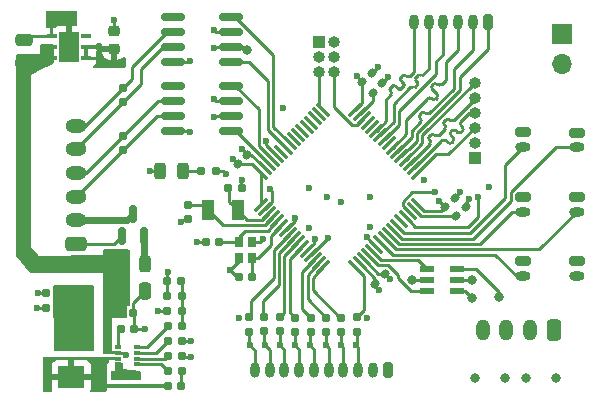
<source format=gbr>
%TF.GenerationSoftware,KiCad,Pcbnew,(6.0.8)*%
%TF.CreationDate,2023-03-18T00:57:18+01:00*%
%TF.ProjectId,WHEEL-07,57484545-4c2d-4303-972e-6b696361645f,rev?*%
%TF.SameCoordinates,Original*%
%TF.FileFunction,Copper,L1,Top*%
%TF.FilePolarity,Positive*%
%FSLAX46Y46*%
G04 Gerber Fmt 4.6, Leading zero omitted, Abs format (unit mm)*
G04 Created by KiCad (PCBNEW (6.0.8)) date 2023-03-18 00:57:18*
%MOMM*%
%LPD*%
G01*
G04 APERTURE LIST*
G04 Aperture macros list*
%AMRoundRect*
0 Rectangle with rounded corners*
0 $1 Rounding radius*
0 $2 $3 $4 $5 $6 $7 $8 $9 X,Y pos of 4 corners*
0 Add a 4 corners polygon primitive as box body*
4,1,4,$2,$3,$4,$5,$6,$7,$8,$9,$2,$3,0*
0 Add four circle primitives for the rounded corners*
1,1,$1+$1,$2,$3*
1,1,$1+$1,$4,$5*
1,1,$1+$1,$6,$7*
1,1,$1+$1,$8,$9*
0 Add four rect primitives between the rounded corners*
20,1,$1+$1,$2,$3,$4,$5,0*
20,1,$1+$1,$4,$5,$6,$7,0*
20,1,$1+$1,$6,$7,$8,$9,0*
20,1,$1+$1,$8,$9,$2,$3,0*%
G04 Aperture macros list end*
%TA.AperFunction,SMDPad,CuDef*%
%ADD10RoundRect,0.250000X0.250000X0.475000X-0.250000X0.475000X-0.250000X-0.475000X0.250000X-0.475000X0*%
%TD*%
%TA.AperFunction,ComponentPad*%
%ADD11O,1.200000X1.800000*%
%TD*%
%TA.AperFunction,ComponentPad*%
%ADD12RoundRect,0.250000X0.350000X0.650000X-0.350000X0.650000X-0.350000X-0.650000X0.350000X-0.650000X0*%
%TD*%
%TA.AperFunction,SMDPad,CuDef*%
%ADD13R,0.850000X0.300000*%
%TD*%
%TA.AperFunction,SMDPad,CuDef*%
%ADD14R,1.700000X2.500000*%
%TD*%
%TA.AperFunction,ComponentPad*%
%ADD15RoundRect,0.200000X-0.450000X0.200000X-0.450000X-0.200000X0.450000X-0.200000X0.450000X0.200000X0*%
%TD*%
%TA.AperFunction,ComponentPad*%
%ADD16O,1.300000X0.800000*%
%TD*%
%TA.AperFunction,ComponentPad*%
%ADD17RoundRect,0.200000X0.200000X0.450000X-0.200000X0.450000X-0.200000X-0.450000X0.200000X-0.450000X0*%
%TD*%
%TA.AperFunction,ComponentPad*%
%ADD18O,0.800000X1.300000*%
%TD*%
%TA.AperFunction,SMDPad,CuDef*%
%ADD19RoundRect,0.150000X0.825000X0.150000X-0.825000X0.150000X-0.825000X-0.150000X0.825000X-0.150000X0*%
%TD*%
%TA.AperFunction,SMDPad,CuDef*%
%ADD20RoundRect,0.160000X-0.160000X0.197500X-0.160000X-0.197500X0.160000X-0.197500X0.160000X0.197500X0*%
%TD*%
%TA.AperFunction,SMDPad,CuDef*%
%ADD21RoundRect,0.250000X0.475000X-0.250000X0.475000X0.250000X-0.475000X0.250000X-0.475000X-0.250000X0*%
%TD*%
%TA.AperFunction,SMDPad,CuDef*%
%ADD22RoundRect,0.155000X-0.040659X-0.259862X0.259862X0.040659X0.040659X0.259862X-0.259862X-0.040659X0*%
%TD*%
%TA.AperFunction,SMDPad,CuDef*%
%ADD23R,1.250000X0.600000*%
%TD*%
%TA.AperFunction,SMDPad,CuDef*%
%ADD24RoundRect,0.155000X0.212500X0.155000X-0.212500X0.155000X-0.212500X-0.155000X0.212500X-0.155000X0*%
%TD*%
%TA.AperFunction,SMDPad,CuDef*%
%ADD25RoundRect,0.155000X0.040659X0.259862X-0.259862X-0.040659X-0.040659X-0.259862X0.259862X0.040659X0*%
%TD*%
%TA.AperFunction,SMDPad,CuDef*%
%ADD26RoundRect,0.160000X-0.197500X-0.160000X0.197500X-0.160000X0.197500X0.160000X-0.197500X0.160000X0*%
%TD*%
%TA.AperFunction,SMDPad,CuDef*%
%ADD27RoundRect,0.075000X-0.441942X-0.548008X0.548008X0.441942X0.441942X0.548008X-0.548008X-0.441942X0*%
%TD*%
%TA.AperFunction,SMDPad,CuDef*%
%ADD28RoundRect,0.075000X0.441942X-0.548008X0.548008X-0.441942X-0.441942X0.548008X-0.548008X0.441942X0*%
%TD*%
%TA.AperFunction,SMDPad,CuDef*%
%ADD29RoundRect,0.155000X-0.155000X0.212500X-0.155000X-0.212500X0.155000X-0.212500X0.155000X0.212500X0*%
%TD*%
%TA.AperFunction,ComponentPad*%
%ADD30R,1.700000X1.700000*%
%TD*%
%TA.AperFunction,ComponentPad*%
%ADD31O,1.700000X1.700000*%
%TD*%
%TA.AperFunction,SMDPad,CuDef*%
%ADD32RoundRect,0.155000X-0.212500X-0.155000X0.212500X-0.155000X0.212500X0.155000X-0.212500X0.155000X0*%
%TD*%
%TA.AperFunction,SMDPad,CuDef*%
%ADD33RoundRect,0.243750X-0.243750X-0.456250X0.243750X-0.456250X0.243750X0.456250X-0.243750X0.456250X0*%
%TD*%
%TA.AperFunction,SMDPad,CuDef*%
%ADD34RoundRect,0.160000X0.197500X0.160000X-0.197500X0.160000X-0.197500X-0.160000X0.197500X-0.160000X0*%
%TD*%
%TA.AperFunction,SMDPad,CuDef*%
%ADD35RoundRect,0.225000X0.250000X-0.225000X0.250000X0.225000X-0.250000X0.225000X-0.250000X-0.225000X0*%
%TD*%
%TA.AperFunction,SMDPad,CuDef*%
%ADD36RoundRect,0.160000X0.160000X-0.197500X0.160000X0.197500X-0.160000X0.197500X-0.160000X-0.197500X0*%
%TD*%
%TA.AperFunction,SMDPad,CuDef*%
%ADD37R,2.286000X1.854500*%
%TD*%
%TA.AperFunction,SMDPad,CuDef*%
%ADD38R,0.800000X0.900000*%
%TD*%
%TA.AperFunction,SMDPad,CuDef*%
%ADD39R,1.000000X1.800000*%
%TD*%
%TA.AperFunction,SMDPad,CuDef*%
%ADD40RoundRect,0.150000X0.150000X-0.587500X0.150000X0.587500X-0.150000X0.587500X-0.150000X-0.587500X0*%
%TD*%
%TA.AperFunction,ComponentPad*%
%ADD41R,1.000000X1.000000*%
%TD*%
%TA.AperFunction,ComponentPad*%
%ADD42O,1.000000X1.000000*%
%TD*%
%TA.AperFunction,SMDPad,CuDef*%
%ADD43R,0.475000X0.300000*%
%TD*%
%TA.AperFunction,ComponentPad*%
%ADD44RoundRect,0.250000X0.650000X-0.350000X0.650000X0.350000X-0.650000X0.350000X-0.650000X-0.350000X0*%
%TD*%
%TA.AperFunction,ComponentPad*%
%ADD45O,1.800000X1.200000*%
%TD*%
%TA.AperFunction,ViaPad*%
%ADD46C,0.600000*%
%TD*%
%TA.AperFunction,ViaPad*%
%ADD47C,0.800000*%
%TD*%
%TA.AperFunction,Conductor*%
%ADD48C,0.250000*%
%TD*%
%TA.AperFunction,Conductor*%
%ADD49C,0.600000*%
%TD*%
%TA.AperFunction,Conductor*%
%ADD50C,0.300000*%
%TD*%
G04 APERTURE END LIST*
D10*
%TO.P,C15,1*%
%TO.N,GND*%
X160817600Y-75641200D03*
%TO.P,C15,2*%
%TO.N,+12V*%
X158917600Y-75641200D03*
%TD*%
D11*
%TO.P,J5,4,Pin_4*%
%TO.N,GND*%
X189405000Y-78930000D03*
%TO.P,J5,3,Pin_3*%
%TO.N,PADDLE2_IN*%
X191405000Y-78930000D03*
%TO.P,J5,2,Pin_2*%
%TO.N,GND*%
X193405000Y-78930000D03*
D12*
%TO.P,J5,1,Pin_1*%
%TO.N,PADDLE1_IN*%
X195405000Y-78930000D03*
%TD*%
D13*
%TO.P,IC2,1,GND_1*%
%TO.N,GND*%
X152889000Y-54062000D03*
%TO.P,IC2,2,EN*%
%TO.N,+12V*%
X152889000Y-55012000D03*
%TO.P,IC2,3,VIN*%
X152889000Y-55962000D03*
%TO.P,IC2,4,VOUT*%
%TO.N,+5V*%
X155789000Y-55962000D03*
%TO.P,IC2,5,VSENSE*%
X155789000Y-55012000D03*
%TO.P,IC2,6,ADJ*%
%TO.N,unconnected-(IC2-Pad6)*%
X155789000Y-54062000D03*
D14*
%TO.P,IC2,7,GND_2*%
%TO.N,GND*%
X154339000Y-55012000D03*
%TD*%
D15*
%TO.P,J7,1,Pin_1*%
%TO.N,GND*%
X197358000Y-73152000D03*
D16*
%TO.P,J7,2,Pin_2*%
%TO.N,GPIO_3*%
X197358000Y-74402000D03*
%TD*%
D17*
%TO.P,J17,1,Pin_1*%
%TO.N,TIM3_CH1*%
X189815000Y-52890000D03*
D18*
%TO.P,J17,2,Pin_2*%
%TO.N,TIM3_CH2*%
X188565000Y-52890000D03*
%TO.P,J17,3,Pin_3*%
%TO.N,TIM3_CH3*%
X187315000Y-52890000D03*
%TO.P,J17,4,Pin_4*%
%TO.N,TIM1_CH1*%
X186065000Y-52890000D03*
%TO.P,J17,5,Pin_5*%
%TO.N,TIM1_CH2*%
X184815000Y-52890000D03*
%TO.P,J17,6,Pin_6*%
%TO.N,TIM1_CH3*%
X183565000Y-52890000D03*
%TD*%
D19*
%TO.P,U2,1,TXD*%
%TO.N,CAN1_TX*%
X168083000Y-62103000D03*
%TO.P,U2,2,VSS*%
%TO.N,GND*%
X168083000Y-60833000D03*
%TO.P,U2,3,VDD*%
%TO.N,+5V*%
X168083000Y-59563000D03*
%TO.P,U2,4,RXD*%
%TO.N,CAN1_RX*%
X168083000Y-58293000D03*
%TO.P,U2,5,SPLIT*%
%TO.N,unconnected-(U2-Pad5)*%
X163133000Y-58293000D03*
%TO.P,U2,6,CANL*%
%TO.N,/CAN_BUS/CAN1_L*%
X163133000Y-59563000D03*
%TO.P,U2,7,CANH*%
%TO.N,/CAN_BUS/CAN1_H*%
X163133000Y-60833000D03*
%TO.P,U2,8,STBY*%
%TO.N,GND*%
X163133000Y-62103000D03*
%TD*%
D20*
%TO.P,R18,1*%
%TO.N,ADC_A3*%
X172219256Y-77889544D03*
%TO.P,R18,2*%
%TO.N,Net-(C27-Pad1)*%
X172219256Y-79084544D03*
%TD*%
D21*
%TO.P,C13,1*%
%TO.N,+12V*%
X150529000Y-56322000D03*
%TO.P,C13,2*%
%TO.N,GND*%
X150529000Y-54422000D03*
%TD*%
D20*
%TO.P,R16,1*%
%TO.N,ADC_A1*%
X169621200Y-77895072D03*
%TO.P,R16,2*%
%TO.N,Net-(C25-Pad1)*%
X169621200Y-79090072D03*
%TD*%
%TO.P,R6,1*%
%TO.N,/CAN_BUS/CAN2_L*%
X158900000Y-58502500D03*
%TO.P,R6,2*%
%TO.N,/CAN_BUS/CAN2_H*%
X158900000Y-59697500D03*
%TD*%
D22*
%TO.P,C35,1*%
%TO.N,+3.3V*%
X179207234Y-57977966D03*
%TO.P,C35,2*%
%TO.N,GND*%
X180009800Y-57175400D03*
%TD*%
D19*
%TO.P,U3,1,TXD*%
%TO.N,CAN2_TX*%
X168083000Y-56261000D03*
%TO.P,U3,2,VSS*%
%TO.N,GND*%
X168083000Y-54991000D03*
%TO.P,U3,3,VDD*%
%TO.N,+5V*%
X168083000Y-53721000D03*
%TO.P,U3,4,RXD*%
%TO.N,CAN2_RX*%
X168083000Y-52451000D03*
%TO.P,U3,5,SPLIT*%
%TO.N,unconnected-(U3-Pad5)*%
X163133000Y-52451000D03*
%TO.P,U3,6,CANL*%
%TO.N,/CAN_BUS/CAN2_L*%
X163133000Y-53721000D03*
%TO.P,U3,7,CANH*%
%TO.N,/CAN_BUS/CAN2_H*%
X163133000Y-54991000D03*
%TO.P,U3,8,STBY*%
%TO.N,GND*%
X163133000Y-56261000D03*
%TD*%
D23*
%TO.P,IC4,1,A1*%
%TO.N,Net-(C23-Pad1)*%
X187198000Y-75692000D03*
%TO.P,IC4,2,GND*%
%TO.N,GND*%
X187198000Y-74742000D03*
%TO.P,IC4,3,IN_A2*%
%TO.N,Net-(C24-Pad1)*%
X187198000Y-73792000D03*
%TO.P,IC4,4,Y2*%
%TO.N,GPIO_2*%
X184698000Y-73792000D03*
%TO.P,IC4,5,VCC*%
%TO.N,+3.3V*%
X184698000Y-74742000D03*
%TO.P,IC4,6,Y1*%
%TO.N,GPIO_1*%
X184698000Y-75692000D03*
%TD*%
D24*
%TO.P,C4,1*%
%TO.N,OSC_OUT*%
X169883900Y-74472800D03*
%TO.P,C4,2*%
%TO.N,GND*%
X168748900Y-74472800D03*
%TD*%
D22*
%TO.P,C37,1*%
%TO.N,+3.3V*%
X186212517Y-68549483D03*
%TO.P,C37,2*%
%TO.N,GND*%
X187015083Y-67746917D03*
%TD*%
D25*
%TO.P,C36,1*%
%TO.N,+3.3V*%
X181096883Y-74223917D03*
%TO.P,C36,2*%
%TO.N,GND*%
X180294317Y-75026483D03*
%TD*%
D26*
%TO.P,R11,1*%
%TO.N,+3.3V*%
X162707800Y-76088000D03*
%TO.P,R11,2*%
%TO.N,Net-(C20-Pad1)*%
X163902800Y-76088000D03*
%TD*%
D27*
%TO.P,U1,1,VBAT*%
%TO.N,+3.3V*%
X170591700Y-68356700D03*
%TO.P,U1,2,PC13*%
%TO.N,LED_STATUS*%
X170945253Y-68710253D03*
%TO.P,U1,3,PC14*%
%TO.N,OSC32_IN*%
X171298806Y-69063806D03*
%TO.P,U1,4,PC15*%
%TO.N,OSC32_OUT*%
X171652360Y-69417360D03*
%TO.P,U1,5,PH0*%
%TO.N,OSC_IN*%
X172005913Y-69770913D03*
%TO.P,U1,6,PH1*%
%TO.N,OSC_OUT*%
X172359467Y-70124467D03*
%TO.P,U1,7,NRST*%
%TO.N,NRST*%
X172713020Y-70478020D03*
%TO.P,U1,8,PC0*%
%TO.N,ADC_A1*%
X173066573Y-70831573D03*
%TO.P,U1,9,PC1*%
%TO.N,ADC_A2*%
X173420127Y-71185127D03*
%TO.P,U1,10,PC2*%
%TO.N,ADC_A3*%
X173773680Y-71538680D03*
%TO.P,U1,11,PC3*%
%TO.N,ADC_A4*%
X174127233Y-71892233D03*
%TO.P,U1,12,VSSA*%
%TO.N,GND*%
X174480787Y-72245787D03*
%TO.P,U1,13,VDDA*%
%TO.N,+3.3VA*%
X174834340Y-72599340D03*
%TO.P,U1,14,PA0*%
%TO.N,ADC_B1*%
X175187894Y-72952894D03*
%TO.P,U1,15,PA1*%
%TO.N,ADC_B2*%
X175541447Y-73306447D03*
%TO.P,U1,16,PA2*%
%TO.N,ADC_B3*%
X175895000Y-73660000D03*
D28*
%TO.P,U1,17,PA3*%
%TO.N,ADC_B4*%
X178617362Y-73660000D03*
%TO.P,U1,18,VSS*%
%TO.N,GND*%
X178970915Y-73306447D03*
%TO.P,U1,19,VDD*%
%TO.N,+3.3V*%
X179324468Y-72952894D03*
%TO.P,U1,20,PA4*%
%TO.N,GPIO_1*%
X179678022Y-72599340D03*
%TO.P,U1,21,PA5*%
%TO.N,GPIO_2*%
X180031575Y-72245787D03*
%TO.P,U1,22,PA6*%
%TO.N,GPIO_3*%
X180385129Y-71892233D03*
%TO.P,U1,23,PA7*%
%TO.N,GPIO_4*%
X180738682Y-71538680D03*
%TO.P,U1,24,PC4*%
%TO.N,GPIO_5*%
X181092235Y-71185127D03*
%TO.P,U1,25,PC5*%
%TO.N,GPIO_6*%
X181445789Y-70831573D03*
%TO.P,U1,26,PB0*%
%TO.N,GPIO_7*%
X181799342Y-70478020D03*
%TO.P,U1,27,PB1*%
%TO.N,GPIO_8*%
X182152895Y-70124467D03*
%TO.P,U1,28,PB2*%
%TO.N,unconnected-(U1-Pad28)*%
X182506449Y-69770913D03*
%TO.P,U1,29,PB10*%
%TO.N,I2C2_SCL*%
X182860002Y-69417360D03*
%TO.P,U1,30,PB11*%
%TO.N,I2C2_SDA*%
X183213556Y-69063806D03*
%TO.P,U1,31,VCAP_1*%
%TO.N,Net-(C1-Pad1)*%
X183567109Y-68710253D03*
%TO.P,U1,32,VDD*%
%TO.N,+3.3V*%
X183920662Y-68356700D03*
D27*
%TO.P,U1,33,PB12*%
%TO.N,SPI_CS*%
X183920662Y-65634338D03*
%TO.P,U1,34,PB13*%
%TO.N,SPI2_SCK*%
X183567109Y-65280785D03*
%TO.P,U1,35,PB14*%
%TO.N,SPI2_MISO*%
X183213556Y-64927232D03*
%TO.P,U1,36,PB15*%
%TO.N,SPI2_MOSI*%
X182860002Y-64573678D03*
%TO.P,U1,37,PC6*%
%TO.N,TIM3_CH1*%
X182506449Y-64220125D03*
%TO.P,U1,38,PC7*%
%TO.N,TIM3_CH2*%
X182152895Y-63866571D03*
%TO.P,U1,39,PC8*%
%TO.N,TIM3_CH3*%
X181799342Y-63513018D03*
%TO.P,U1,40,PC9*%
%TO.N,unconnected-(U1-Pad40)*%
X181445789Y-63159465D03*
%TO.P,U1,41,PA8*%
%TO.N,TIM1_CH1*%
X181092235Y-62805911D03*
%TO.P,U1,42,PA9*%
%TO.N,TIM1_CH2*%
X180738682Y-62452358D03*
%TO.P,U1,43,PA10*%
%TO.N,TIM1_CH3*%
X180385129Y-62098805D03*
%TO.P,U1,44,PA11*%
%TO.N,unconnected-(U1-Pad44)*%
X180031575Y-61745251D03*
%TO.P,U1,45,PA12*%
%TO.N,unconnected-(U1-Pad45)*%
X179678022Y-61391698D03*
%TO.P,U1,46,PA13*%
%TO.N,SWDIO*%
X179324468Y-61038144D03*
%TO.P,U1,47,VCAP_2*%
%TO.N,Net-(C2-Pad1)*%
X178970915Y-60684591D03*
%TO.P,U1,48,VDD*%
%TO.N,+3.3V*%
X178617362Y-60331038D03*
D28*
%TO.P,U1,49,PA14*%
%TO.N,SWCLK*%
X175895000Y-60331038D03*
%TO.P,U1,50,PA15*%
%TO.N,unconnected-(U1-Pad50)*%
X175541447Y-60684591D03*
%TO.P,U1,51,PC10*%
%TO.N,USART_TX*%
X175187894Y-61038144D03*
%TO.P,U1,52,PC11*%
%TO.N,USART_RX*%
X174834340Y-61391698D03*
%TO.P,U1,53,PC12*%
%TO.N,USART_CK*%
X174480787Y-61745251D03*
%TO.P,U1,54,PD2*%
%TO.N,unconnected-(U1-Pad54)*%
X174127233Y-62098805D03*
%TO.P,U1,55,PB3*%
%TO.N,SWO*%
X173773680Y-62452358D03*
%TO.P,U1,56,PB4*%
%TO.N,unconnected-(U1-Pad56)*%
X173420127Y-62805911D03*
%TO.P,U1,57,PB5*%
%TO.N,CAN2_RX*%
X173066573Y-63159465D03*
%TO.P,U1,58,PB6*%
%TO.N,CAN2_TX*%
X172713020Y-63513018D03*
%TO.P,U1,59,PB7*%
%TO.N,unconnected-(U1-Pad59)*%
X172359467Y-63866571D03*
%TO.P,U1,60,BOOT0*%
%TO.N,BOOT0*%
X172005913Y-64220125D03*
%TO.P,U1,61,PB8*%
%TO.N,CAN1_RX*%
X171652360Y-64573678D03*
%TO.P,U1,62,PB9*%
%TO.N,CAN1_TX*%
X171298806Y-64927232D03*
%TO.P,U1,63,VSS*%
%TO.N,GND*%
X170945253Y-65280785D03*
%TO.P,U1,64,VDD*%
%TO.N,+3.3V*%
X170591700Y-65634338D03*
%TD*%
D29*
%TO.P,C6,1*%
%TO.N,OSC32_OUT*%
X164465000Y-68393500D03*
%TO.P,C6,2*%
%TO.N,GND*%
X164465000Y-69528500D03*
%TD*%
D30*
%TO.P,J16,1,Pin_1*%
%TO.N,GND*%
X196088000Y-53898800D03*
D31*
%TO.P,J16,2,Pin_2*%
%TO.N,+3.3V*%
X196088000Y-56438800D03*
%TD*%
D20*
%TO.P,R24,1*%
%TO.N,ADC_A4*%
X173518284Y-77911656D03*
%TO.P,R24,2*%
%TO.N,Net-(C32-Pad1)*%
X173518284Y-79106656D03*
%TD*%
%TO.P,R22,1*%
%TO.N,ADC_B3*%
X177415368Y-77922712D03*
%TO.P,R22,2*%
%TO.N,Net-(C30-Pad1)*%
X177415368Y-79117712D03*
%TD*%
D32*
%TO.P,C21,1*%
%TO.N,GND*%
X152391300Y-75793600D03*
%TO.P,C21,2*%
%TO.N,+3.3V*%
X153526300Y-75793600D03*
%TD*%
D33*
%TO.P,D1,1,K*%
%TO.N,GND*%
X162107400Y-65481200D03*
%TO.P,D1,2,A*%
%TO.N,Net-(D1-Pad2)*%
X163982400Y-65481200D03*
%TD*%
D34*
%TO.P,R9,1*%
%TO.N,Net-(C20-Pad1)*%
X163919500Y-78613000D03*
%TO.P,R9,2*%
%TO.N,Net-(IC3-Pad8)*%
X162724500Y-78613000D03*
%TD*%
D35*
%TO.P,C14,1*%
%TO.N,+5V*%
X158149000Y-55152000D03*
%TO.P,C14,2*%
%TO.N,GND*%
X158149000Y-53602000D03*
%TD*%
D26*
%TO.P,R8,1*%
%TO.N,Net-(IC3-Pad5)*%
X162724500Y-82423000D03*
%TO.P,R8,2*%
%TO.N,Net-(C19-Pad1)*%
X163919500Y-82423000D03*
%TD*%
D36*
%TO.P,R4,1*%
%TO.N,/CAN_BUS/CAN1_H*%
X158900000Y-63747500D03*
%TO.P,R4,2*%
%TO.N,/CAN_BUS/CAN1_L*%
X158900000Y-62552500D03*
%TD*%
D22*
%TO.P,C34,1*%
%TO.N,+3.3V*%
X168666234Y-64912166D03*
%TO.P,C34,2*%
%TO.N,GND*%
X169468800Y-64109600D03*
%TD*%
D20*
%TO.P,R17,1*%
%TO.N,ADC_A2*%
X170920228Y-77884016D03*
%TO.P,R17,2*%
%TO.N,Net-(C26-Pad1)*%
X170920228Y-79079016D03*
%TD*%
D26*
%TO.P,R7,1*%
%TO.N,Net-(IC3-Pad6)*%
X162724500Y-81153000D03*
%TO.P,R7,2*%
%TO.N,+12V*%
X163919500Y-81153000D03*
%TD*%
D24*
%TO.P,C16,1*%
%TO.N,GND*%
X159885000Y-78867000D03*
%TO.P,C16,2*%
%TO.N,/POWER/PG3V3*%
X158750000Y-78867000D03*
%TD*%
D37*
%TO.P,L2,1*%
%TO.N,Net-(C19-Pad2)*%
X154559000Y-82931000D03*
%TO.P,L2,2*%
%TO.N,+3.3V*%
X154559000Y-79146500D03*
%TD*%
D15*
%TO.P,J14,1,Pin_1*%
%TO.N,GND*%
X197358000Y-62240000D03*
D16*
%TO.P,J14,2,Pin_2*%
%TO.N,GPIO_7*%
X197358000Y-63490000D03*
%TD*%
D32*
%TO.P,C22,1*%
%TO.N,GND*%
X152391300Y-77063600D03*
%TO.P,C22,2*%
%TO.N,+3.3V*%
X153526300Y-77063600D03*
%TD*%
D15*
%TO.P,J10,1,Pin_1*%
%TO.N,GND*%
X192786000Y-67701000D03*
D16*
%TO.P,J10,2,Pin_2*%
%TO.N,GPIO_6*%
X192786000Y-68951000D03*
%TD*%
D38*
%TO.P,Y1,1,1*%
%TO.N,OSC_IN*%
X168766400Y-71486800D03*
%TO.P,Y1,2,2*%
%TO.N,GND*%
X168766400Y-72886800D03*
%TO.P,Y1,3,3*%
%TO.N,OSC_OUT*%
X169866400Y-72886800D03*
%TO.P,Y1,4,4*%
%TO.N,GND*%
X169866400Y-71486800D03*
%TD*%
D39*
%TO.P,Y2,1,1*%
%TO.N,OSC32_IN*%
X168636000Y-68834000D03*
%TO.P,Y2,2,2*%
%TO.N,OSC32_OUT*%
X166136000Y-68834000D03*
%TD*%
D32*
%TO.P,C5,1*%
%TO.N,OSC32_IN*%
X167862500Y-66929000D03*
%TO.P,C5,2*%
%TO.N,GND*%
X168997500Y-66929000D03*
%TD*%
D20*
%TO.P,R21,1*%
%TO.N,ADC_B2*%
X176116340Y-77917184D03*
%TO.P,R21,2*%
%TO.N,Net-(C29-Pad1)*%
X176116340Y-79112184D03*
%TD*%
%TO.P,R20,1*%
%TO.N,ADC_B1*%
X174817312Y-77906128D03*
%TO.P,R20,2*%
%TO.N,Net-(C28-Pad1)*%
X174817312Y-79101128D03*
%TD*%
D17*
%TO.P,J12,1,Pin_1*%
%TO.N,+3.3V*%
X181357600Y-82346800D03*
D18*
%TO.P,J12,2,Pin_2*%
%TO.N,GND*%
X180107600Y-82346800D03*
%TO.P,J12,3,Pin_3*%
%TO.N,Net-(C31-Pad1)*%
X178857600Y-82346800D03*
%TO.P,J12,4,Pin_4*%
%TO.N,Net-(C30-Pad1)*%
X177607600Y-82346800D03*
%TO.P,J12,5,Pin_5*%
%TO.N,Net-(C29-Pad1)*%
X176357600Y-82346800D03*
%TO.P,J12,6,Pin_6*%
%TO.N,Net-(C28-Pad1)*%
X175107600Y-82346800D03*
%TO.P,J12,7,Pin_7*%
%TO.N,Net-(C32-Pad1)*%
X173857600Y-82346800D03*
%TO.P,J12,8,Pin_8*%
%TO.N,Net-(C27-Pad1)*%
X172607600Y-82346800D03*
%TO.P,J12,9,Pin_9*%
%TO.N,Net-(C26-Pad1)*%
X171357600Y-82346800D03*
%TO.P,J12,10,Pin_10*%
%TO.N,Net-(C25-Pad1)*%
X170107600Y-82346800D03*
%TD*%
D40*
%TO.P,Q1,1,G*%
%TO.N,GND*%
X158841400Y-71016100D03*
%TO.P,Q1,2,S*%
%TO.N,Net-(F1-Pad2)*%
X160741400Y-71016100D03*
%TO.P,Q1,3,D*%
%TO.N,12V_CONN*%
X159791400Y-69141100D03*
%TD*%
D41*
%TO.P,J11,1,Pin_1*%
%TO.N,+3.3V*%
X175524000Y-54605000D03*
D42*
%TO.P,J11,2,Pin_2*%
%TO.N,GND*%
X176794000Y-54605000D03*
%TO.P,J11,3,Pin_3*%
%TO.N,unconnected-(J11-Pad3)*%
X175524000Y-55875000D03*
%TO.P,J11,4,Pin_4*%
%TO.N,NRST*%
X176794000Y-55875000D03*
%TO.P,J11,5,Pin_5*%
%TO.N,SWCLK*%
X175524000Y-57145000D03*
%TO.P,J11,6,Pin_6*%
%TO.N,SWDIO*%
X176794000Y-57145000D03*
%TD*%
D24*
%TO.P,C20,1*%
%TO.N,Net-(C20-Pad1)*%
X163830000Y-74828400D03*
%TO.P,C20,2*%
%TO.N,+3.3V*%
X162695000Y-74828400D03*
%TD*%
D34*
%TO.P,R5,1*%
%TO.N,LED_STATUS*%
X166776400Y-65532000D03*
%TO.P,R5,2*%
%TO.N,Net-(D1-Pad2)*%
X165581400Y-65532000D03*
%TD*%
D15*
%TO.P,J8,1,Pin_1*%
%TO.N,GND*%
X192786000Y-73152000D03*
D16*
%TO.P,J8,2,Pin_2*%
%TO.N,GPIO_4*%
X192786000Y-74402000D03*
%TD*%
D43*
%TO.P,IC3,1,PG*%
%TO.N,/POWER/PG3V3*%
X158479500Y-80373000D03*
%TO.P,IC3,2,IN*%
%TO.N,+12V*%
X158479500Y-80873000D03*
%TO.P,IC3,3,SW*%
%TO.N,Net-(C19-Pad2)*%
X158479500Y-81373000D03*
%TO.P,IC3,4,GND*%
%TO.N,GND*%
X158479500Y-81873000D03*
%TO.P,IC3,5,BST*%
%TO.N,Net-(IC3-Pad5)*%
X160155500Y-81873000D03*
%TO.P,IC3,6,EN*%
%TO.N,Net-(IC3-Pad6)*%
X160155500Y-81373000D03*
%TO.P,IC3,7,SS*%
%TO.N,Net-(C18-Pad2)*%
X160155500Y-80873000D03*
%TO.P,IC3,8,FB*%
%TO.N,Net-(IC3-Pad8)*%
X160155500Y-80373000D03*
%TD*%
D22*
%TO.P,C1,1*%
%TO.N,Net-(C1-Pad1)*%
X187152317Y-69336883D03*
%TO.P,C1,2*%
%TO.N,GND*%
X187954883Y-68534317D03*
%TD*%
D15*
%TO.P,J9,1,Pin_1*%
%TO.N,GND*%
X197358000Y-67696000D03*
D16*
%TO.P,J9,2,Pin_2*%
%TO.N,GPIO_5*%
X197358000Y-68946000D03*
%TD*%
D34*
%TO.P,R10,1*%
%TO.N,Net-(C20-Pad1)*%
X163902800Y-77358000D03*
%TO.P,R10,2*%
%TO.N,GND*%
X162707800Y-77358000D03*
%TD*%
D20*
%TO.P,R23,1*%
%TO.N,ADC_B4*%
X178714400Y-77900600D03*
%TO.P,R23,2*%
%TO.N,Net-(C31-Pad1)*%
X178714400Y-79095600D03*
%TD*%
D24*
%TO.P,C18,1*%
%TO.N,GND*%
X163902800Y-79883000D03*
%TO.P,C18,2*%
%TO.N,Net-(C18-Pad2)*%
X162767800Y-79883000D03*
%TD*%
%TO.P,C3,1*%
%TO.N,OSC_IN*%
X167081200Y-71475600D03*
%TO.P,C3,2*%
%TO.N,GND*%
X165946200Y-71475600D03*
%TD*%
D33*
%TO.P,F1,1*%
%TO.N,+12V*%
X158930100Y-73355200D03*
%TO.P,F1,2*%
%TO.N,Net-(F1-Pad2)*%
X160805100Y-73355200D03*
%TD*%
D15*
%TO.P,J15,1,Pin_1*%
%TO.N,GND*%
X192786000Y-62230000D03*
D16*
%TO.P,J15,2,Pin_2*%
%TO.N,GPIO_8*%
X192786000Y-63480000D03*
%TD*%
D24*
%TO.P,C17,1*%
%TO.N,GND*%
X159825500Y-77520800D03*
%TO.P,C17,2*%
%TO.N,+12V*%
X158690500Y-77520800D03*
%TD*%
%TO.P,C19,1*%
%TO.N,Net-(C19-Pad1)*%
X163889500Y-83693000D03*
%TO.P,C19,2*%
%TO.N,Net-(C19-Pad2)*%
X162754500Y-83693000D03*
%TD*%
D22*
%TO.P,C2,1*%
%TO.N,Net-(C2-Pad1)*%
X180096234Y-58866966D03*
%TO.P,C2,2*%
%TO.N,GND*%
X180898800Y-58064400D03*
%TD*%
D41*
%TO.P,J2,1,Pin_1*%
%TO.N,I2C2_SCL*%
X188722000Y-64389000D03*
D42*
%TO.P,J2,2,Pin_2*%
%TO.N,I2C2_SDA*%
X188722000Y-63119000D03*
%TO.P,J2,3,Pin_3*%
%TO.N,SPI_CS*%
X188722000Y-61849000D03*
%TO.P,J2,4,Pin_4*%
%TO.N,SPI2_SCK*%
X188722000Y-60579000D03*
%TO.P,J2,5,Pin_5*%
%TO.N,SPI2_MISO*%
X188722000Y-59309000D03*
%TO.P,J2,6,Pin_6*%
%TO.N,SPI2_MOSI*%
X188722000Y-58039000D03*
%TD*%
D44*
%TO.P,J1,1,Pin_1*%
%TO.N,GND*%
X154953200Y-71675000D03*
D45*
%TO.P,J1,2,Pin_2*%
%TO.N,12V_CONN*%
X154953200Y-69675000D03*
%TO.P,J1,3,Pin_3*%
%TO.N,/CAN_BUS/CAN1_H*%
X154953200Y-67675000D03*
%TO.P,J1,4,Pin_4*%
%TO.N,/CAN_BUS/CAN1_L*%
X154953200Y-65675000D03*
%TO.P,J1,5,Pin_5*%
%TO.N,/CAN_BUS/CAN2_H*%
X154953200Y-63675000D03*
%TO.P,J1,6,Pin_6*%
%TO.N,/CAN_BUS/CAN2_L*%
X154953200Y-61675000D03*
%TD*%
D46*
%TO.N,GND*%
X169037000Y-66294000D03*
X168801700Y-77978000D03*
X166624000Y-55118000D03*
D47*
X188722000Y-83058000D03*
D46*
X152713400Y-52218000D03*
X154643800Y-52878400D03*
X159444500Y-82804000D03*
X158149000Y-52675200D03*
X161188400Y-65481200D03*
X152764200Y-52827600D03*
X153373800Y-52218000D03*
X172466000Y-60198000D03*
X164693600Y-79908400D03*
X165201600Y-71475600D03*
X154000332Y-52878399D03*
X164600000Y-56200000D03*
X153356866Y-52861466D03*
X154051132Y-52217999D03*
X160079500Y-82804000D03*
X179590539Y-77907639D03*
X154694600Y-52218000D03*
X158174500Y-82804000D03*
X163830000Y-69850000D03*
X181386517Y-57576683D03*
X179882800Y-70256400D03*
X161925000Y-77343000D03*
X170789600Y-71272400D03*
X166624000Y-60960000D03*
D47*
X193040000Y-83058000D03*
D46*
X164600000Y-62200000D03*
X180497517Y-56687683D03*
X151739600Y-75793600D03*
X188259800Y-67884800D03*
X169016717Y-63647283D03*
X167995600Y-73863200D03*
X187502800Y-67259200D03*
X151688800Y-77063600D03*
X158809500Y-82804000D03*
D47*
X169468800Y-55219600D03*
D46*
X176225200Y-67665600D03*
D47*
X188468000Y-74742000D03*
D46*
X175226422Y-71288273D03*
X160782000Y-78867000D03*
X180594000Y-75590400D03*
X174650400Y-70307200D03*
%TO.N,+3.3V*%
X154542066Y-75488800D03*
X162712400Y-74015600D03*
X155194000Y-77520800D03*
X155905200Y-77520800D03*
D47*
X195580000Y-83058000D03*
D46*
X154516668Y-76166133D03*
X181559200Y-74625200D03*
X154525134Y-76843466D03*
X155913666Y-75488800D03*
X177393600Y-68122800D03*
D47*
X183388000Y-74742000D03*
D46*
X155185534Y-76843466D03*
X179882800Y-67665600D03*
D47*
X191262000Y-83058000D03*
D46*
X189890400Y-66852800D03*
X174650400Y-66954400D03*
X178719517Y-57449683D03*
X155202466Y-75488800D03*
X185724800Y-68021200D03*
X155177068Y-76166133D03*
X168254717Y-64460083D03*
X155896734Y-76843466D03*
X154533600Y-77520800D03*
X184454800Y-66294000D03*
X155888268Y-76166133D03*
%TO.N,+3.3VA*%
X176276000Y-71170800D03*
%TO.N,+12V*%
X164719000Y-81254600D03*
X159198632Y-81090590D03*
%TO.N,+5V*%
X158784000Y-56282000D03*
X156879000Y-55647000D03*
X157514000Y-56282000D03*
X166624000Y-53594000D03*
X158149000Y-56282000D03*
X156879000Y-56282000D03*
X156879000Y-55012000D03*
X166624000Y-59436000D03*
D47*
%TO.N,Net-(C23-Pad1)*%
X188468000Y-76266000D03*
%TO.N,Net-(C24-Pad1)*%
X190754000Y-76200000D03*
D46*
%TO.N,I2C2_SCL*%
X189028333Y-67664435D03*
%TO.N,I2C2_SDA*%
X185318400Y-67310000D03*
%TO.N,GPIO_3*%
X179616817Y-71123922D03*
%TO.N,NRST*%
X173482000Y-69469000D03*
%TO.N,Net-(C31-Pad1)*%
X178689000Y-80264000D03*
%TO.N,Net-(C30-Pad1)*%
X177419000Y-80264000D03*
%TO.N,Net-(C29-Pad1)*%
X176149000Y-80264000D03*
%TO.N,Net-(C28-Pad1)*%
X174752000Y-80264000D03*
%TO.N,Net-(C32-Pad1)*%
X173482000Y-80264000D03*
%TO.N,Net-(C27-Pad1)*%
X172212000Y-80264000D03*
%TO.N,Net-(C26-Pad1)*%
X170942000Y-80264000D03*
%TO.N,Net-(C25-Pad1)*%
X169672000Y-80264000D03*
%TO.N,BOOT0*%
X171058500Y-62992000D03*
%TO.N,LED_STATUS*%
X171348400Y-67005200D03*
X167640000Y-65735200D03*
%TD*%
D48*
%TO.N,GND*%
X150889000Y-54062000D02*
X152889000Y-54062000D01*
X150529000Y-54422000D02*
X150889000Y-54062000D01*
%TO.N,OSC_IN*%
X168766400Y-71486800D02*
X168766400Y-71086800D01*
X168755200Y-71475600D02*
X168766400Y-71486800D01*
X169294939Y-70558261D02*
X171218565Y-70558261D01*
X167081200Y-71475600D02*
X168755200Y-71475600D01*
X171218565Y-70558261D02*
X172005913Y-69770913D01*
X168766400Y-71086800D02*
X169294939Y-70558261D01*
%TO.N,GND*%
X187198000Y-74742000D02*
X188468000Y-74742000D01*
X152391300Y-77063600D02*
X151688800Y-77063600D01*
X158149000Y-53602000D02*
X158149000Y-52675200D01*
X180898800Y-58064400D02*
X181386517Y-57576683D01*
X159885000Y-77580300D02*
X159825500Y-77520800D01*
X159825500Y-77520800D02*
X159825500Y-76633300D01*
X170945253Y-65280785D02*
X169774068Y-64109600D01*
X154953200Y-71675000D02*
X158182500Y-71675000D01*
X180294317Y-74629849D02*
X180294317Y-75026483D01*
X168766400Y-72886800D02*
X168766400Y-73092400D01*
X180294317Y-75026483D02*
X180294317Y-75290717D01*
X168910000Y-66421000D02*
X169037000Y-66294000D01*
X165946200Y-71475600D02*
X165201600Y-71475600D01*
X168083000Y-54991000D02*
X166751000Y-54991000D01*
X169468800Y-64109600D02*
X169468800Y-64099366D01*
X178970915Y-73306447D02*
X180294317Y-74629849D01*
X169240200Y-54991000D02*
X169468800Y-55219600D01*
X158182500Y-71675000D02*
X158841400Y-71016100D01*
X158479500Y-81873000D02*
X158479500Y-82499000D01*
X163133000Y-62103000D02*
X164503000Y-62103000D01*
X159885000Y-78867000D02*
X160782000Y-78867000D01*
X166751000Y-54991000D02*
X166624000Y-55118000D01*
X162107400Y-65481200D02*
X161188400Y-65481200D01*
X168748900Y-74472800D02*
X168605200Y-74472800D01*
X164668200Y-79883000D02*
X164693600Y-79908400D01*
X164465000Y-69528500D02*
X164151500Y-69528500D01*
X169774068Y-64109600D02*
X169468800Y-64109600D01*
X164151500Y-69528500D02*
X163830000Y-69850000D01*
X158479500Y-82499000D02*
X158174500Y-82804000D01*
X168766400Y-73092400D02*
X167995600Y-73863200D01*
X180009800Y-57175400D02*
X180497517Y-56687683D01*
X152391300Y-75793600D02*
X151739600Y-75793600D01*
X168083000Y-60833000D02*
X166751000Y-60833000D01*
X166751000Y-60833000D02*
X166624000Y-60960000D01*
X168910000Y-66929000D02*
X168910000Y-66421000D01*
X175075242Y-71651332D02*
X175075242Y-71439453D01*
X158479500Y-82474000D02*
X158809500Y-82804000D01*
X158479500Y-81873000D02*
X158479500Y-82474000D01*
X169866400Y-71486800D02*
X170575200Y-71486800D01*
X164503000Y-62103000D02*
X164600000Y-62200000D01*
X168605200Y-74472800D02*
X167995600Y-73863200D01*
X159825500Y-76633300D02*
X160817600Y-75641200D01*
X187954883Y-68534317D02*
X187954883Y-68189717D01*
X161940000Y-77358000D02*
X161925000Y-77343000D01*
X162707800Y-77358000D02*
X161940000Y-77358000D01*
X175075242Y-71439453D02*
X175226422Y-71288273D01*
X187015083Y-67746917D02*
X187502800Y-67259200D01*
X168083000Y-54991000D02*
X169240200Y-54991000D01*
X159885000Y-78867000D02*
X159885000Y-77580300D01*
X170789600Y-71272400D02*
X170575200Y-71486800D01*
X158809500Y-82804000D02*
X160079500Y-82804000D01*
X180294317Y-75290717D02*
X180594000Y-75590400D01*
X164539000Y-56261000D02*
X164600000Y-56200000D01*
X187954883Y-68189717D02*
X188259800Y-67884800D01*
X163133000Y-56261000D02*
X164539000Y-56261000D01*
X163902800Y-79883000D02*
X164668200Y-79883000D01*
X169468800Y-64099366D02*
X169016717Y-63647283D01*
%TO.N,OSC_OUT*%
X169883900Y-72904300D02*
X169866400Y-72886800D01*
X169883900Y-74472800D02*
X169883900Y-72904300D01*
X171450000Y-71780400D02*
X170343600Y-72886800D01*
X170343600Y-72886800D02*
X169866400Y-72886800D01*
X172359467Y-70124467D02*
X171450000Y-71033934D01*
X171450000Y-71033934D02*
X171450000Y-71780400D01*
%TO.N,OSC32_IN*%
X167950000Y-68148000D02*
X167950000Y-66929000D01*
X168636000Y-68834000D02*
X167950000Y-68148000D01*
X170704351Y-69658261D02*
X171298806Y-69063806D01*
X169460261Y-69658261D02*
X170704351Y-69658261D01*
X168636000Y-68834000D02*
X169460261Y-69658261D01*
%TO.N,OSC32_OUT*%
X166136000Y-68834000D02*
X167410261Y-70108261D01*
X167410261Y-70108261D02*
X170961459Y-70108261D01*
X165695500Y-68393500D02*
X166136000Y-68834000D01*
X170961459Y-70108261D02*
X171652360Y-69417360D01*
X164465000Y-68393500D02*
X165695500Y-68393500D01*
%TO.N,+3.3V*%
X185875117Y-68886883D02*
X186212517Y-68549483D01*
X186212517Y-68508917D02*
X185724800Y-68021200D01*
X179324468Y-72988248D02*
X180560137Y-74223917D01*
X169869528Y-64912166D02*
X170591700Y-65634338D01*
X181096883Y-74223917D02*
X180560137Y-74223917D01*
X179207234Y-57977966D02*
X179207234Y-57937400D01*
X179324468Y-72952894D02*
X179324468Y-72988248D01*
X168666234Y-64912166D02*
X169869528Y-64912166D01*
X179207234Y-57977966D02*
X179207234Y-59741166D01*
X168666234Y-64871600D02*
X168254717Y-64460083D01*
X179207234Y-59741166D02*
X178617362Y-60331038D01*
X162695000Y-76075200D02*
X162707800Y-76088000D01*
X183920662Y-68356700D02*
X184450845Y-68886883D01*
X184698000Y-74742000D02*
X183388000Y-74742000D01*
X168666234Y-64912166D02*
X168666234Y-64871600D01*
X179207234Y-57937400D02*
X178719517Y-57449683D01*
X186212517Y-68549483D02*
X186212517Y-68508917D01*
X181096883Y-74223917D02*
X181157917Y-74223917D01*
X162695000Y-74828400D02*
X162695000Y-74033000D01*
X162695000Y-74033000D02*
X162712400Y-74015600D01*
X181157917Y-74223917D02*
X181559200Y-74625200D01*
X170591700Y-68356700D02*
X170591700Y-65634338D01*
X162695000Y-74828400D02*
X162695000Y-76075200D01*
X184450845Y-68886883D02*
X185875117Y-68886883D01*
%TO.N,+3.3VA*%
X174847460Y-72599340D02*
X176276000Y-71170800D01*
X174834340Y-72599340D02*
X174847460Y-72599340D01*
%TO.N,+12V*%
X158479500Y-80873000D02*
X158981042Y-80873000D01*
X164719000Y-81254600D02*
X164021100Y-81254600D01*
X164021100Y-81254600D02*
X163919500Y-81153000D01*
X158981042Y-80873000D02*
X159198632Y-81090590D01*
%TO.N,+5V*%
X168083000Y-59563000D02*
X166751000Y-59563000D01*
X166751000Y-53721000D02*
X166624000Y-53594000D01*
X166751000Y-59563000D02*
X166624000Y-59436000D01*
X168083000Y-53721000D02*
X166751000Y-53721000D01*
%TO.N,Net-(D1-Pad2)*%
X163982400Y-65481200D02*
X165530600Y-65481200D01*
X165530600Y-65481200D02*
X165581400Y-65532000D01*
D49*
%TO.N,Net-(F1-Pad2)*%
X160741400Y-71016100D02*
X160741400Y-73291500D01*
X160741400Y-73291500D02*
X160805100Y-73355200D01*
D48*
%TO.N,/CAN_BUS/CAN1_H*%
X161795200Y-60833000D02*
X163133000Y-60833000D01*
X154953200Y-67675000D02*
X161795200Y-60833000D01*
%TO.N,/CAN_BUS/CAN2_H*%
X160450000Y-56900000D02*
X162359000Y-54991000D01*
X154953200Y-63646800D02*
X160450000Y-58150000D01*
X162359000Y-54991000D02*
X163133000Y-54991000D01*
X160450000Y-58150000D02*
X160450000Y-56900000D01*
%TO.N,/POWER/PG3V3*%
X158479500Y-79137500D02*
X158479500Y-80373000D01*
X158750000Y-78867000D02*
X158479500Y-79137500D01*
D50*
%TO.N,Net-(C19-Pad2)*%
X157251400Y-83693000D02*
X156921200Y-83362800D01*
X162754500Y-83693000D02*
X157251400Y-83693000D01*
D48*
%TO.N,Net-(IC3-Pad5)*%
X160155500Y-81873000D02*
X162174500Y-81873000D01*
X162174500Y-81873000D02*
X162724500Y-82423000D01*
%TO.N,Net-(IC3-Pad6)*%
X162724500Y-81153000D02*
X162504500Y-81373000D01*
X162504500Y-81373000D02*
X160155500Y-81373000D01*
%TO.N,Net-(C18-Pad2)*%
X160155500Y-80873000D02*
X161777800Y-80873000D01*
X161777800Y-80873000D02*
X162767800Y-79883000D01*
%TO.N,Net-(IC3-Pad8)*%
X160964500Y-80373000D02*
X162724500Y-78613000D01*
X160155500Y-80373000D02*
X160964500Y-80373000D01*
%TO.N,Net-(C23-Pad1)*%
X187894000Y-75692000D02*
X188468000Y-76266000D01*
X187198000Y-75692000D02*
X187894000Y-75692000D01*
%TO.N,Net-(C24-Pad1)*%
X188788000Y-73792000D02*
X190754000Y-75758000D01*
X187198000Y-73792000D02*
X188788000Y-73792000D01*
X190754000Y-75758000D02*
X190754000Y-76200000D01*
%TO.N,GPIO_2*%
X183940055Y-73034055D02*
X180819843Y-73034055D01*
X180819843Y-73034055D02*
X180031575Y-72245787D01*
X184698000Y-73792000D02*
X183940055Y-73034055D01*
%TO.N,GPIO_1*%
X182184200Y-74563505D02*
X182184200Y-74331891D01*
X184698000Y-75692000D02*
X183312695Y-75692000D01*
X181336364Y-73484055D02*
X180562737Y-73484055D01*
X180562737Y-73484055D02*
X179678022Y-72599340D01*
X183312695Y-75692000D02*
X182184200Y-74563505D01*
X182184200Y-74331891D02*
X181336364Y-73484055D01*
%TO.N,SPI_CS*%
X186499499Y-64071501D02*
X185448145Y-64071501D01*
X188722000Y-61849000D02*
X186499499Y-64071501D01*
X185448145Y-64071501D02*
X184280803Y-65238843D01*
%TO.N,SPI2_SCK*%
X188268894Y-60579000D02*
X188722000Y-60579000D01*
X186316211Y-62955947D02*
X186427163Y-63066899D01*
X186851427Y-62642634D02*
X186740474Y-62531681D01*
X187589004Y-61258889D02*
X188268894Y-60579000D01*
X186740474Y-62107417D02*
X186740475Y-62107418D01*
X187664600Y-61758749D02*
X187589003Y-61683152D01*
X186851427Y-62642633D02*
X186851427Y-62642634D01*
X183567109Y-65280785D02*
X185891947Y-62955947D01*
X187164740Y-62107418D02*
X187240336Y-62183014D01*
X186740475Y-62107418D02*
X186740476Y-62107418D01*
X187664600Y-61758748D02*
X187664600Y-61758749D01*
X187589003Y-61258888D02*
X187589004Y-61258889D01*
X186851426Y-63066898D02*
G75*
G02*
X186427164Y-63066898I-212131J212131D01*
G01*
X186740425Y-62107368D02*
G75*
G03*
X186740474Y-62531681I212175J-212132D01*
G01*
X187588983Y-61258868D02*
G75*
G03*
X187589003Y-61683152I212117J-212132D01*
G01*
X186851393Y-62642667D02*
G75*
G02*
X186851427Y-63066899I-212093J-212133D01*
G01*
X187664581Y-61758767D02*
G75*
G02*
X187664600Y-62183014I-212081J-212133D01*
G01*
X187664599Y-62183013D02*
G75*
G02*
X187240337Y-62183013I-212131J212131D01*
G01*
X186316210Y-62955948D02*
G75*
G03*
X185891948Y-62955948I-212131J-212131D01*
G01*
X187164739Y-62107419D02*
G75*
G03*
X186740477Y-62107419I-212131J-212131D01*
G01*
%TO.N,SPI2_MISO*%
X186170137Y-61610584D02*
X186170138Y-61610582D01*
X185672747Y-62461529D02*
X186170137Y-61964136D01*
X184900137Y-62537450D02*
X184976059Y-62461529D01*
X185672746Y-62461530D02*
X185672747Y-62461529D01*
X183213556Y-64920717D02*
X184900137Y-63234136D01*
X188722000Y-59412273D02*
X188722000Y-59309000D01*
X184900139Y-62537449D02*
X184900137Y-62537450D01*
X186170137Y-61257030D02*
X186240849Y-61186319D01*
X184900137Y-62885794D02*
X184900138Y-62885792D01*
X186947956Y-61186320D02*
X186947957Y-61186319D01*
X186947957Y-61186319D02*
X188722000Y-59412273D01*
X186170139Y-61257029D02*
X186170137Y-61257030D01*
X184900102Y-62885829D02*
G75*
G02*
X184900137Y-63234136I-174102J-174171D01*
G01*
X184900118Y-62537428D02*
G75*
G03*
X184900138Y-62885792I174182J-174172D01*
G01*
X186594403Y-61186319D02*
G75*
G03*
X186240849Y-61186319I-176777J-176778D01*
G01*
X185672771Y-62461555D02*
G75*
G02*
X185324403Y-62461529I-174171J174155D01*
G01*
X185324403Y-62461529D02*
G75*
G03*
X184976059Y-62461529I-174172J-174173D01*
G01*
X186170133Y-61257023D02*
G75*
G03*
X186170138Y-61610582I176767J-176777D01*
G01*
X186170097Y-61610624D02*
G75*
G02*
X186170137Y-61964136I-176697J-176776D01*
G01*
X186947976Y-61186340D02*
G75*
G02*
X186594403Y-61186319I-176776J176840D01*
G01*
%TO.N,I2C2_SCL*%
X189028333Y-69415271D02*
X189028333Y-67664435D01*
X188861002Y-69582602D02*
X189028333Y-69415271D01*
X188187204Y-70256400D02*
X188861002Y-69582602D01*
X183699042Y-70256400D02*
X188187204Y-70256400D01*
X182860002Y-69417360D02*
X183699042Y-70256400D01*
%TO.N,I2C2_SDA*%
X183213556Y-69063806D02*
X182619101Y-68469351D01*
X183411726Y-67310000D02*
X185318400Y-67310000D01*
X182619101Y-68469351D02*
X182619101Y-68102625D01*
X182619101Y-68102625D02*
X183411726Y-67310000D01*
%TO.N,GPIO_3*%
X180385129Y-71892233D02*
X179616817Y-71123922D01*
%TO.N,GPIO_4*%
X190440055Y-72584055D02*
X192258000Y-74402000D01*
X181784057Y-72584055D02*
X190440055Y-72584055D01*
X180738682Y-71538680D02*
X181784057Y-72584055D01*
X192258000Y-74402000D02*
X192786000Y-74402000D01*
%TO.N,GPIO_5*%
X194169945Y-72134055D02*
X197358000Y-68946000D01*
X181092235Y-71185127D02*
X182041163Y-72134055D01*
X182041163Y-72134055D02*
X194169945Y-72134055D01*
%TO.N,GPIO_6*%
X182298271Y-71684055D02*
X189173945Y-71684055D01*
X189173945Y-71684055D02*
X191907000Y-68951000D01*
X191907000Y-68951000D02*
X192786000Y-68951000D01*
X181445789Y-70831573D02*
X182298271Y-71684055D01*
%TO.N,NRST*%
X173482000Y-69709040D02*
X172713020Y-70478020D01*
X173482000Y-69469000D02*
X173482000Y-69709040D01*
%TO.N,SWCLK*%
X175524000Y-59960038D02*
X175524000Y-57145000D01*
X175895000Y-60331038D02*
X175524000Y-59960038D01*
%TO.N,SWDIO*%
X176794000Y-60063312D02*
X178363287Y-61632599D01*
X176794000Y-57145000D02*
X176794000Y-60063312D01*
X178730013Y-61632599D02*
X179324468Y-61038144D01*
X178363287Y-61632599D02*
X178730013Y-61632599D01*
%TO.N,Net-(C31-Pad1)*%
X178714400Y-79095600D02*
X178714400Y-80238600D01*
X178857600Y-80432600D02*
X178689000Y-80264000D01*
X178857600Y-82346800D02*
X178857600Y-80432600D01*
X178714400Y-80238600D02*
X178689000Y-80264000D01*
%TO.N,Net-(C30-Pad1)*%
X177419000Y-79121344D02*
X177415368Y-79117712D01*
X177607600Y-82346800D02*
X177607600Y-80452600D01*
X177419000Y-80264000D02*
X177419000Y-79121344D01*
X177607600Y-80452600D02*
X177419000Y-80264000D01*
%TO.N,Net-(C29-Pad1)*%
X176357600Y-80472600D02*
X176149000Y-80264000D01*
X176116340Y-79112184D02*
X176116340Y-80231340D01*
X176357600Y-82346800D02*
X176357600Y-80472600D01*
X176116340Y-80231340D02*
X176149000Y-80264000D01*
%TO.N,Net-(C28-Pad1)*%
X174752000Y-80264000D02*
X174752000Y-79166440D01*
X175107600Y-80619600D02*
X174752000Y-80264000D01*
X174752000Y-79166440D02*
X174817312Y-79101128D01*
X175107600Y-82346800D02*
X175107600Y-80619600D01*
%TO.N,Net-(C32-Pad1)*%
X173857600Y-80639600D02*
X173482000Y-80264000D01*
X173518284Y-80227716D02*
X173482000Y-80264000D01*
X173857600Y-82346800D02*
X173857600Y-80639600D01*
X173518284Y-79106656D02*
X173518284Y-80227716D01*
%TO.N,Net-(C27-Pad1)*%
X172607600Y-80659600D02*
X172212000Y-80264000D01*
X172607600Y-82346800D02*
X172607600Y-80659600D01*
X172212000Y-80264000D02*
X172212000Y-79091800D01*
X172212000Y-79091800D02*
X172219256Y-79084544D01*
%TO.N,Net-(C26-Pad1)*%
X170920228Y-79079016D02*
X170920228Y-80242228D01*
X171357600Y-80679600D02*
X170942000Y-80264000D01*
X170920228Y-80242228D02*
X170942000Y-80264000D01*
X171357600Y-82346800D02*
X171357600Y-80679600D01*
%TO.N,Net-(C25-Pad1)*%
X169621200Y-80213200D02*
X169672000Y-80264000D01*
X170107600Y-80699600D02*
X169672000Y-80264000D01*
X169621200Y-79090072D02*
X169621200Y-80213200D01*
X170107600Y-82346800D02*
X170107600Y-80699600D01*
%TO.N,GPIO_7*%
X195590000Y-63490000D02*
X197358000Y-63490000D01*
X182555377Y-71234055D02*
X188607945Y-71234055D01*
X188607945Y-71234055D02*
X191811000Y-68031000D01*
X191811000Y-68031000D02*
X191811000Y-67269000D01*
X181799342Y-70478020D02*
X182555377Y-71234055D01*
X191811000Y-67269000D02*
X195590000Y-63490000D01*
%TO.N,GPIO_8*%
X191262000Y-67818000D02*
X191262000Y-65004000D01*
X188361079Y-70718921D02*
X191262000Y-67818000D01*
X182747349Y-70718921D02*
X188361079Y-70718921D01*
X182152895Y-70124467D02*
X182747349Y-70718921D01*
X191262000Y-65004000D02*
X192786000Y-63480000D01*
D49*
%TO.N,12V_CONN*%
X159257500Y-69675000D02*
X159791400Y-69141100D01*
X154953200Y-69675000D02*
X159257500Y-69675000D01*
D48*
%TO.N,BOOT0*%
X172005913Y-64220125D02*
X171058500Y-63272712D01*
X171058500Y-63272712D02*
X171058500Y-62992000D01*
%TO.N,/CAN_BUS/CAN1_L*%
X163133000Y-59563000D02*
X161925000Y-59563000D01*
X161925000Y-59563000D02*
X155813000Y-65675000D01*
X155813000Y-65675000D02*
X154953200Y-65675000D01*
%TO.N,LED_STATUS*%
X171539708Y-68115798D02*
X170945253Y-68710253D01*
X167436800Y-65532000D02*
X167640000Y-65735200D01*
X166776400Y-65532000D02*
X167436800Y-65532000D01*
X171539708Y-67196508D02*
X171539708Y-68115798D01*
X171348400Y-67005200D02*
X171539708Y-67196508D01*
%TO.N,/CAN_BUS/CAN2_L*%
X162629000Y-53721000D02*
X159700000Y-56650000D01*
X154953200Y-61675000D02*
X155749000Y-61675000D01*
X159700000Y-56650000D02*
X159700000Y-57702500D01*
X163133000Y-53721000D02*
X162629000Y-53721000D01*
X154953200Y-61675000D02*
X155727500Y-61675000D01*
X159700000Y-57702500D02*
X158900000Y-58502500D01*
X155727500Y-61675000D02*
X158900000Y-58502500D01*
%TO.N,Net-(C19-Pad1)*%
X163889500Y-82453000D02*
X163919500Y-82423000D01*
X163889500Y-83693000D02*
X163889500Y-82453000D01*
%TO.N,Net-(C20-Pad1)*%
X163919500Y-74917900D02*
X163830000Y-74828400D01*
X163919500Y-78613000D02*
X163919500Y-74917900D01*
%TO.N,ADC_A1*%
X169764178Y-76489256D02*
X169764178Y-77752094D01*
X173066573Y-70831573D02*
X173066573Y-70853432D01*
X171704000Y-74549434D02*
X169764178Y-76489256D01*
X169764178Y-77752094D02*
X169621200Y-77895072D01*
X171704000Y-72216005D02*
X171704000Y-74549434D01*
X173066573Y-70853432D02*
X171704000Y-72216005D01*
%TO.N,ADC_A2*%
X170818628Y-77782416D02*
X170920228Y-77884016D01*
X172154000Y-75142828D02*
X170818628Y-76478200D01*
X170818628Y-76478200D02*
X170818628Y-77782416D01*
X173416873Y-71185127D02*
X172154000Y-72448000D01*
X172154000Y-72448000D02*
X172154000Y-75142828D01*
%TO.N,ADC_A3*%
X173773680Y-71538680D02*
X172604000Y-72708360D01*
X172604000Y-77504800D02*
X172219256Y-77889544D01*
X172604000Y-72708360D02*
X172604000Y-77504800D01*
%TO.N,ADC_A4*%
X173054000Y-77447372D02*
X173518284Y-77911656D01*
X174106767Y-71892233D02*
X173054000Y-72945000D01*
X173054000Y-72945000D02*
X173054000Y-77447372D01*
%TO.N,ADC_B1*%
X174117000Y-74023788D02*
X174117000Y-77205816D01*
X175187894Y-72952894D02*
X174117000Y-74023788D01*
X174117000Y-77205816D02*
X174817312Y-77906128D01*
%TO.N,ADC_B2*%
X174567000Y-76367844D02*
X176116340Y-77917184D01*
X174567000Y-74280894D02*
X174567000Y-76367844D01*
X175541447Y-73306447D02*
X174567000Y-74280894D01*
%TO.N,ADC_B3*%
X175017000Y-74538000D02*
X175895000Y-73660000D01*
X177349312Y-77922712D02*
X175017000Y-75590400D01*
X177415368Y-77922712D02*
X177349312Y-77922712D01*
X175017000Y-75590400D02*
X175017000Y-74538000D01*
%TO.N,ADC_B4*%
X178617362Y-73664562D02*
X179324000Y-74371200D01*
X178617362Y-73660000D02*
X178617362Y-73664562D01*
X179324000Y-77291000D02*
X178714400Y-77900600D01*
X179324000Y-74371200D02*
X179324000Y-77291000D01*
%TO.N,Net-(C1-Pad1)*%
X184193739Y-69336883D02*
X187152317Y-69336883D01*
X183567109Y-68710253D02*
X184193739Y-69336883D01*
%TO.N,SPI2_MOSI*%
X182860002Y-64573678D02*
X184277000Y-63156680D01*
X184277000Y-62484000D02*
X188722000Y-58039000D01*
X184277000Y-63156680D02*
X184277000Y-62484000D01*
%TO.N,TIM3_CH1*%
X183827000Y-62934000D02*
X183827000Y-62297604D01*
X183168426Y-63592574D02*
X183827000Y-62934000D01*
X183827000Y-62297604D02*
X187452000Y-58672604D01*
X182506449Y-64220125D02*
X183134000Y-63592574D01*
X187452000Y-57531000D02*
X189815000Y-55168000D01*
X187452000Y-58672604D02*
X187452000Y-57531000D01*
X183134000Y-63592574D02*
X183168426Y-63592574D01*
X189815000Y-55168000D02*
X189815000Y-52890000D01*
%TO.N,TIM3_CH2*%
X186944000Y-58544208D02*
X186944000Y-56896000D01*
X184110505Y-60670599D02*
X184181217Y-60599888D01*
X184888324Y-60599889D02*
X184888325Y-60599888D01*
X188565000Y-55275000D02*
X188565000Y-52890000D01*
X183377000Y-62642466D02*
X183377000Y-62111211D01*
X184888325Y-60599888D02*
X186944000Y-58544208D01*
X182152895Y-63866571D02*
X183377000Y-62642466D01*
X184110507Y-60670598D02*
X184110505Y-60670599D01*
X183377000Y-62111211D02*
X184110505Y-61377705D01*
X186944000Y-56896000D02*
X188565000Y-55275000D01*
X184110505Y-61024153D02*
X184110506Y-61024151D01*
X184110532Y-60670623D02*
G75*
G03*
X184110506Y-61024151I176768J-176777D01*
G01*
X184888276Y-60599841D02*
G75*
G02*
X184534771Y-60599888I-176776J176741D01*
G01*
X184110534Y-61024124D02*
G75*
G02*
X184110505Y-61377705I-176834J-176776D01*
G01*
X184534771Y-60599888D02*
G75*
G03*
X184181217Y-60599888I-176777J-176778D01*
G01*
%TO.N,TIM3_CH3*%
X186309000Y-56261000D02*
X187315000Y-55255000D01*
X185923584Y-58170419D02*
X185923585Y-58170418D01*
X185145764Y-58241130D02*
X185145765Y-58241129D01*
X185145765Y-58241129D02*
X185216477Y-58170418D01*
X181799342Y-63513018D02*
X182927000Y-62385360D01*
X185322539Y-58771458D02*
X185145765Y-58594683D01*
X185428606Y-59372500D02*
X185499316Y-59301789D01*
X185075052Y-59372500D02*
X185075053Y-59372500D01*
X185499316Y-58948235D02*
X185322539Y-58771458D01*
X185923585Y-58170418D02*
X186309000Y-57785000D01*
X187315000Y-55255000D02*
X187315000Y-52890000D01*
X185428606Y-59372499D02*
X185428606Y-59372500D01*
X182927000Y-61167000D02*
X184721500Y-59372500D01*
X182927000Y-62385360D02*
X182927000Y-61167000D01*
X186309000Y-57785000D02*
X186309000Y-56261000D01*
X185428577Y-59372470D02*
G75*
G02*
X185075053Y-59372500I-176777J176770D01*
G01*
X185923575Y-58170410D02*
G75*
G02*
X185570032Y-58170417I-176775J176810D01*
G01*
X185075052Y-59372500D02*
G75*
G03*
X184721500Y-59372500I-176776J-176776D01*
G01*
X185570031Y-58170418D02*
G75*
G03*
X185216477Y-58170418I-176777J-176778D01*
G01*
X185145759Y-58241125D02*
G75*
G03*
X185145766Y-58594682I176741J-176775D01*
G01*
X185499328Y-58948223D02*
G75*
G02*
X185499316Y-59301789I-176828J-176777D01*
G01*
%TO.N,TIM1_CH1*%
X182321200Y-61576946D02*
X182321200Y-60375800D01*
X185420000Y-56261000D02*
X186065000Y-55616000D01*
X185420000Y-57277000D02*
X185420000Y-56261000D01*
X186065000Y-55616000D02*
X186065000Y-52890000D01*
X181092235Y-62805911D02*
X182321200Y-61576946D01*
X182321200Y-60375800D02*
X185420000Y-57277000D01*
%TO.N,TIM1_CH2*%
X183697965Y-57629482D02*
X183945452Y-57381996D01*
X183874739Y-57983036D02*
X183874739Y-57983035D01*
X180738682Y-62452358D02*
X181864000Y-61327040D01*
X183627253Y-58407299D02*
X183627252Y-58407300D01*
X183627252Y-58407300D02*
X183874739Y-58159812D01*
X181864000Y-61327040D02*
X181864000Y-59817000D01*
X184815000Y-56866000D02*
X184815000Y-52890000D01*
X184299007Y-57381996D02*
X184299006Y-57381996D01*
X181864000Y-59817000D02*
X183273700Y-58407300D01*
X184122228Y-57381996D02*
X184122230Y-57381995D01*
X183874739Y-57983035D02*
X183697964Y-57806260D01*
X184299006Y-57381996D02*
X184815000Y-56866000D01*
X183697964Y-57629484D02*
X183697965Y-57629482D01*
X183627289Y-58407335D02*
G75*
G02*
X183450476Y-58407300I-88389J88435D01*
G01*
X184298987Y-57381976D02*
G75*
G02*
X184122231Y-57381994I-88387J88376D01*
G01*
X183450476Y-58407300D02*
G75*
G03*
X183273700Y-58407300I-88388J-88386D01*
G01*
X183874762Y-57983013D02*
G75*
G02*
X183874738Y-58159811I-88362J-88387D01*
G01*
X183697992Y-57629512D02*
G75*
G03*
X183697964Y-57806260I88408J-88388D01*
G01*
X184122228Y-57381996D02*
G75*
G03*
X183945452Y-57381996I-88388J-88386D01*
G01*
%TO.N,TIM1_CH3*%
X182622605Y-58042392D02*
X182462661Y-57882447D01*
X180420483Y-62098805D02*
X181229000Y-61290288D01*
X182021565Y-58323545D02*
X182181512Y-58483492D01*
X182462662Y-57562553D02*
X182567033Y-57458183D01*
X181597300Y-58427916D02*
X181701673Y-58323544D01*
X182021565Y-58323544D02*
X182021565Y-58323545D01*
X182462661Y-57562555D02*
X182462662Y-57562553D01*
X181229000Y-59436000D02*
X181597300Y-59067700D01*
X183565000Y-57100000D02*
X183565000Y-52890000D01*
X182413016Y-58538216D02*
X182694164Y-58257067D01*
X180385129Y-62098805D02*
X180420483Y-62098805D01*
X183553290Y-57111710D02*
X183565000Y-57100000D01*
X182886925Y-57458183D02*
X182886927Y-57458182D01*
X182694164Y-58113951D02*
X182622605Y-58042392D01*
X181229000Y-61290288D02*
X181229000Y-59436000D01*
X182886927Y-57458182D02*
X182886928Y-57458183D01*
X182198342Y-58466658D02*
X182269900Y-58538216D01*
X182181512Y-58483492D02*
X182198342Y-58466658D01*
X183206820Y-57458183D02*
X183553290Y-57111710D01*
X182462660Y-57562554D02*
G75*
G03*
X182462661Y-57882447I159940J-159946D01*
G01*
X181597253Y-58747855D02*
G75*
G02*
X181597299Y-59067699I-159853J-159945D01*
G01*
X183206820Y-57458183D02*
G75*
G02*
X182886928Y-57458183I-159946J159945D01*
G01*
X181597338Y-58427954D02*
G75*
G03*
X181597300Y-58747808I159862J-159946D01*
G01*
X182021565Y-58323544D02*
G75*
G03*
X181701673Y-58323544I-159946J-159945D01*
G01*
X182886925Y-57458183D02*
G75*
G03*
X182567033Y-57458183I-159946J-159945D01*
G01*
X182413016Y-58538216D02*
G75*
G02*
X182269900Y-58538216I-71558J71559D01*
G01*
X182694172Y-58113943D02*
G75*
G02*
X182694163Y-58257066I-71572J-71557D01*
G01*
%TO.N,Net-(C2-Pad1)*%
X180096234Y-59559272D02*
X180096234Y-58866966D01*
X178970915Y-60684591D02*
X180096234Y-59559272D01*
%TO.N,CAN2_RX*%
X173066573Y-63159465D02*
X171673643Y-61766535D01*
X171673643Y-61766535D02*
X171673643Y-55664892D01*
X171673643Y-55664892D02*
X168459751Y-52451000D01*
X168459751Y-52451000D02*
X168083000Y-52451000D01*
%TO.N,CAN2_TX*%
X171223643Y-57912000D02*
X169572643Y-56261000D01*
X169572643Y-56261000D02*
X168083000Y-56261000D01*
X171223643Y-62023641D02*
X171223643Y-57912000D01*
X172713020Y-63513018D02*
X171223643Y-62023641D01*
%TO.N,CAN1_RX*%
X170434000Y-63355318D02*
X171652360Y-64573678D01*
X168083000Y-58293000D02*
X168459751Y-58293000D01*
X168459751Y-58293000D02*
X170434000Y-60267249D01*
X170434000Y-60267249D02*
X170434000Y-63355318D01*
%TO.N,CAN1_TX*%
X168083000Y-62103000D02*
X168474574Y-62103000D01*
X168474574Y-62103000D02*
X171298806Y-64927232D01*
%TD*%
%TA.AperFunction,Conductor*%
%TO.N,GND*%
G36*
X158878247Y-81732004D02*
G01*
X158924929Y-81785495D01*
X158936500Y-81838241D01*
X158936500Y-82296000D01*
X160344964Y-82413372D01*
X160411188Y-82438962D01*
X160453065Y-82496294D01*
X160460500Y-82538937D01*
X160460500Y-83058696D01*
X160440498Y-83126817D01*
X160386842Y-83173310D01*
X160334197Y-83184696D01*
X159395332Y-83182437D01*
X158019309Y-83179126D01*
X157951236Y-83158960D01*
X157904873Y-83105192D01*
X157893621Y-83054627D01*
X157887929Y-82576736D01*
X157907118Y-82508382D01*
X157960216Y-82461253D01*
X158014786Y-82449238D01*
X158074992Y-82449652D01*
X158241969Y-82450800D01*
X158249089Y-81848010D01*
X158269893Y-81780132D01*
X158324094Y-81734276D01*
X158375079Y-81723500D01*
X158736748Y-81723500D01*
X158781098Y-81714678D01*
X158805225Y-81712259D01*
X158810058Y-81712242D01*
X158878247Y-81732004D01*
G37*
%TD.AperFunction*%
%TD*%
%TA.AperFunction,Conductor*%
%TO.N,+3.3V*%
G36*
X156406121Y-75153202D02*
G01*
X156452614Y-75206858D01*
X156464000Y-75259200D01*
X156464000Y-80646000D01*
X156443998Y-80714121D01*
X156390342Y-80760614D01*
X156338000Y-80772000D01*
X153185270Y-80772000D01*
X153117149Y-80751998D01*
X153070656Y-80698342D01*
X153059275Y-80647135D01*
X153010745Y-75260335D01*
X153030133Y-75192037D01*
X153083367Y-75145063D01*
X153136740Y-75133200D01*
X156338000Y-75133200D01*
X156406121Y-75153202D01*
G37*
%TD.AperFunction*%
%TD*%
%TA.AperFunction,Conductor*%
%TO.N,+12V*%
G36*
X153002521Y-54782402D02*
G01*
X153049014Y-54836058D01*
X153060400Y-54888400D01*
X153060400Y-56311929D01*
X153040398Y-56380050D01*
X152993084Y-56423429D01*
X151954117Y-56970254D01*
X151130000Y-57404000D01*
X151130000Y-71882000D01*
X151138465Y-71892714D01*
X151138465Y-71892715D01*
X151727307Y-72638046D01*
X151748008Y-72664249D01*
X151758575Y-72664210D01*
X157207883Y-72644067D01*
X157226000Y-72644000D01*
X157226000Y-72262000D01*
X157246002Y-72193879D01*
X157299658Y-72147386D01*
X157352000Y-72136000D01*
X159386000Y-72136000D01*
X159454121Y-72156002D01*
X159500614Y-72209658D01*
X159512000Y-72262000D01*
X159512000Y-76525747D01*
X159510086Y-76547624D01*
X159508370Y-76557357D01*
X159505990Y-76568092D01*
X159496236Y-76604493D01*
X159497197Y-76615478D01*
X159497197Y-76615480D01*
X159499520Y-76642028D01*
X159500000Y-76653010D01*
X159500000Y-76836000D01*
X159479998Y-76904121D01*
X159426342Y-76950614D01*
X159374000Y-76962000D01*
X159258000Y-76962000D01*
X159258000Y-77325210D01*
X159257833Y-77329816D01*
X159257500Y-77332101D01*
X159257501Y-77709498D01*
X159257833Y-77711757D01*
X159258000Y-77716316D01*
X159258000Y-77826600D01*
X159237998Y-77894721D01*
X159184342Y-77941214D01*
X159132000Y-77952600D01*
X158038800Y-77952600D01*
X158038800Y-80721200D01*
X158198900Y-80721200D01*
X158211250Y-80721807D01*
X158216184Y-80722293D01*
X158222252Y-80723500D01*
X158228439Y-80723500D01*
X158231556Y-80723807D01*
X158297389Y-80750390D01*
X158338398Y-80808344D01*
X158341565Y-80879270D01*
X158305884Y-80940649D01*
X158242683Y-80972993D01*
X158219206Y-80975200D01*
X157352000Y-80975200D01*
X157283879Y-80955198D01*
X157237386Y-80901542D01*
X157226000Y-80849200D01*
X157226000Y-74168000D01*
X151189015Y-74168000D01*
X151120894Y-74147998D01*
X151092219Y-74122663D01*
X149889204Y-72679045D01*
X149860960Y-72613908D01*
X149860000Y-72598382D01*
X149860000Y-55752000D01*
X149880002Y-55683879D01*
X149933658Y-55637386D01*
X149986000Y-55626000D01*
X151892000Y-55626000D01*
X151892000Y-54888400D01*
X151912002Y-54820279D01*
X151965658Y-54773786D01*
X152018000Y-54762400D01*
X152934400Y-54762400D01*
X153002521Y-54782402D01*
G37*
%TD.AperFunction*%
%TD*%
%TA.AperFunction,Conductor*%
%TO.N,+5V*%
G36*
X157120729Y-54651002D02*
G01*
X157167222Y-54704658D01*
X157177326Y-54774932D01*
X157175807Y-54783420D01*
X157175642Y-54784192D01*
X157166328Y-54875097D01*
X157166071Y-54880126D01*
X157170475Y-54895124D01*
X157171865Y-54896329D01*
X157179548Y-54898000D01*
X158277000Y-54898000D01*
X158345121Y-54918002D01*
X158391614Y-54971658D01*
X158403000Y-55024000D01*
X158403000Y-56091885D01*
X158407475Y-56107124D01*
X158408865Y-56108329D01*
X158416548Y-56110000D01*
X158444438Y-56110000D01*
X158450953Y-56109663D01*
X158543057Y-56100106D01*
X158556456Y-56097212D01*
X158705107Y-56047619D01*
X158718286Y-56041445D01*
X158851173Y-55959212D01*
X158862574Y-55950176D01*
X158949827Y-55862771D01*
X159012110Y-55828692D01*
X159082930Y-55833695D01*
X159139802Y-55876192D01*
X159164671Y-55942691D01*
X159165000Y-55951789D01*
X159165000Y-56664000D01*
X159144998Y-56732121D01*
X159091342Y-56778614D01*
X159039000Y-56790000D01*
X156534197Y-56790000D01*
X156466076Y-56769998D01*
X156419583Y-56716342D01*
X156409479Y-56646068D01*
X156438973Y-56581488D01*
X156461386Y-56563405D01*
X156460462Y-56562172D01*
X156569724Y-56480285D01*
X156582285Y-56467724D01*
X156658786Y-56365649D01*
X156667324Y-56350054D01*
X156712478Y-56229606D01*
X156716105Y-56214351D01*
X156721631Y-56163486D01*
X156722000Y-56156672D01*
X156722000Y-56130115D01*
X156717525Y-56114876D01*
X156716135Y-56113671D01*
X156708452Y-56112000D01*
X155765000Y-56112000D01*
X155696879Y-56091998D01*
X155650386Y-56038342D01*
X155639000Y-55986000D01*
X155639000Y-55793885D01*
X155939000Y-55793885D01*
X155943475Y-55809124D01*
X155944865Y-55810329D01*
X155952548Y-55812000D01*
X156703884Y-55812000D01*
X156719123Y-55807525D01*
X156720328Y-55806135D01*
X156721999Y-55798452D01*
X156721999Y-55767331D01*
X156721629Y-55760510D01*
X156716105Y-55709648D01*
X156712479Y-55694396D01*
X156667324Y-55573946D01*
X156654478Y-55550483D01*
X156656928Y-55549141D01*
X156637096Y-55496055D01*
X156652151Y-55426673D01*
X156654873Y-55422438D01*
X157166000Y-55422438D01*
X157166337Y-55428953D01*
X157175894Y-55521057D01*
X157178788Y-55534456D01*
X157228381Y-55683107D01*
X157234555Y-55696286D01*
X157316788Y-55829173D01*
X157325824Y-55840574D01*
X157436429Y-55950986D01*
X157447840Y-55959998D01*
X157580880Y-56042004D01*
X157594061Y-56048151D01*
X157742814Y-56097491D01*
X157756190Y-56100358D01*
X157847097Y-56109672D01*
X157853513Y-56110000D01*
X157876885Y-56110000D01*
X157892124Y-56105525D01*
X157893329Y-56104135D01*
X157895000Y-56096452D01*
X157895000Y-55424115D01*
X157890525Y-55408876D01*
X157889135Y-55407671D01*
X157881452Y-55406000D01*
X157184115Y-55406000D01*
X157168876Y-55410475D01*
X157167671Y-55411865D01*
X157166000Y-55419548D01*
X157166000Y-55422438D01*
X156654873Y-55422438D01*
X156656197Y-55420378D01*
X156667324Y-55400054D01*
X156712478Y-55279606D01*
X156716105Y-55264351D01*
X156721631Y-55213486D01*
X156722000Y-55206672D01*
X156722000Y-55180115D01*
X156717525Y-55164876D01*
X156716135Y-55163671D01*
X156708452Y-55162000D01*
X155957115Y-55162000D01*
X155941876Y-55166475D01*
X155940671Y-55167865D01*
X155939000Y-55175548D01*
X155939000Y-55793885D01*
X155639000Y-55793885D01*
X155639000Y-54988000D01*
X155659002Y-54919879D01*
X155712658Y-54873386D01*
X155765000Y-54862000D01*
X156703884Y-54862000D01*
X156719123Y-54857525D01*
X156720328Y-54856135D01*
X156721999Y-54848452D01*
X156721999Y-54817331D01*
X156721630Y-54810512D01*
X156717295Y-54770606D01*
X156729824Y-54700724D01*
X156778145Y-54648709D01*
X156842558Y-54631000D01*
X157052608Y-54631000D01*
X157120729Y-54651002D01*
G37*
%TD.AperFunction*%
%TD*%
%TA.AperFunction,Conductor*%
%TO.N,Net-(C19-Pad2)*%
G36*
X158571621Y-81243502D02*
G01*
X158618114Y-81297158D01*
X158629500Y-81349500D01*
X158629500Y-81396500D01*
X158609498Y-81464621D01*
X158558743Y-81508600D01*
X157988000Y-81508600D01*
X157970514Y-81523000D01*
X157752116Y-81523000D01*
X157736877Y-81527475D01*
X157735672Y-81528865D01*
X157734001Y-81536548D01*
X157734001Y-81567669D01*
X157734371Y-81574490D01*
X157740748Y-81633207D01*
X157738540Y-81633447D01*
X157735423Y-81693040D01*
X157696645Y-81748539D01*
X157675812Y-81765696D01*
X157556200Y-81864200D01*
X157556200Y-84075000D01*
X157536198Y-84143121D01*
X157482542Y-84189614D01*
X157430200Y-84201000D01*
X156297874Y-84201000D01*
X156229753Y-84180998D01*
X156183260Y-84127342D01*
X156173156Y-84057068D01*
X156179892Y-84030771D01*
X156200478Y-83975859D01*
X156204105Y-83960601D01*
X156209631Y-83909736D01*
X156210000Y-83902922D01*
X156210000Y-83203115D01*
X156205525Y-83187876D01*
X156204135Y-83186671D01*
X156196452Y-83185000D01*
X152926116Y-83185000D01*
X152910877Y-83189475D01*
X152909672Y-83190865D01*
X152908001Y-83198548D01*
X152908001Y-83902919D01*
X152908371Y-83909740D01*
X152913895Y-83960602D01*
X152917522Y-83975856D01*
X152938108Y-84030771D01*
X152943291Y-84101578D01*
X152909370Y-84163947D01*
X152847115Y-84198076D01*
X152820126Y-84201000D01*
X152272000Y-84201000D01*
X152203879Y-84180998D01*
X152157386Y-84127342D01*
X152146000Y-84075000D01*
X152146000Y-82658885D01*
X152908000Y-82658885D01*
X152912475Y-82674124D01*
X152913865Y-82675329D01*
X152921548Y-82677000D01*
X154286885Y-82677000D01*
X154302124Y-82672525D01*
X154303329Y-82671135D01*
X154305000Y-82663452D01*
X154305000Y-82658885D01*
X154813000Y-82658885D01*
X154817475Y-82674124D01*
X154818865Y-82675329D01*
X154826548Y-82677000D01*
X156191884Y-82677000D01*
X156207123Y-82672525D01*
X156208328Y-82671135D01*
X156209999Y-82663452D01*
X156209999Y-81959081D01*
X156209629Y-81952260D01*
X156204105Y-81901398D01*
X156200479Y-81886146D01*
X156155324Y-81765696D01*
X156146786Y-81750101D01*
X156070285Y-81648026D01*
X156057724Y-81635465D01*
X155955649Y-81558964D01*
X155940054Y-81550426D01*
X155819606Y-81505272D01*
X155804351Y-81501645D01*
X155753486Y-81496119D01*
X155746672Y-81495750D01*
X154831115Y-81495750D01*
X154815876Y-81500225D01*
X154814671Y-81501615D01*
X154813000Y-81509298D01*
X154813000Y-82658885D01*
X154305000Y-82658885D01*
X154305000Y-81513866D01*
X154300525Y-81498627D01*
X154299135Y-81497422D01*
X154291452Y-81495751D01*
X153371331Y-81495751D01*
X153364510Y-81496121D01*
X153313648Y-81501645D01*
X153298396Y-81505271D01*
X153177946Y-81550426D01*
X153162351Y-81558964D01*
X153060276Y-81635465D01*
X153047715Y-81648026D01*
X152971214Y-81750101D01*
X152962676Y-81765696D01*
X152917522Y-81886144D01*
X152913895Y-81901399D01*
X152908369Y-81952264D01*
X152908000Y-81959078D01*
X152908000Y-82658885D01*
X152146000Y-82658885D01*
X152146000Y-81355200D01*
X152166002Y-81287079D01*
X152219658Y-81240586D01*
X152272000Y-81229200D01*
X158522913Y-81229200D01*
X158571621Y-81243502D01*
G37*
%TD.AperFunction*%
%TD*%
%TA.AperFunction,Conductor*%
%TO.N,GND*%
G36*
X155017721Y-51933202D02*
G01*
X155064214Y-51986858D01*
X155075600Y-52039200D01*
X155075600Y-53128000D01*
X155055598Y-53196121D01*
X155001942Y-53242614D01*
X154949600Y-53254000D01*
X154611115Y-53254000D01*
X154595876Y-53258475D01*
X154594671Y-53259865D01*
X154593000Y-53267548D01*
X154593000Y-55140000D01*
X154572998Y-55208121D01*
X154519342Y-55254614D01*
X154467000Y-55266000D01*
X154211000Y-55266000D01*
X154142879Y-55245998D01*
X154096386Y-55192342D01*
X154085000Y-55140000D01*
X154085000Y-53272116D01*
X154080525Y-53256877D01*
X154079135Y-53255672D01*
X154071452Y-53254001D01*
X153444331Y-53254001D01*
X153437510Y-53254371D01*
X153386648Y-53259895D01*
X153371396Y-53263521D01*
X153250946Y-53308676D01*
X153235356Y-53317211D01*
X153153142Y-53378827D01*
X153086635Y-53403674D01*
X153077577Y-53404000D01*
X153057115Y-53404000D01*
X153041876Y-53408475D01*
X153040671Y-53409865D01*
X153039000Y-53417548D01*
X153039000Y-54086000D01*
X153018998Y-54154121D01*
X152965342Y-54200614D01*
X152913000Y-54212000D01*
X152865000Y-54212000D01*
X152796879Y-54191998D01*
X152750386Y-54138342D01*
X152739000Y-54086000D01*
X152739000Y-53422116D01*
X152734525Y-53406877D01*
X152733135Y-53405672D01*
X152725452Y-53404001D01*
X152534600Y-53404001D01*
X152466479Y-53383999D01*
X152419986Y-53330343D01*
X152408600Y-53278001D01*
X152408600Y-52039200D01*
X152428602Y-51971079D01*
X152482258Y-51924586D01*
X152534600Y-51913200D01*
X154949600Y-51913200D01*
X155017721Y-51933202D01*
G37*
%TD.AperFunction*%
%TD*%
M02*

</source>
